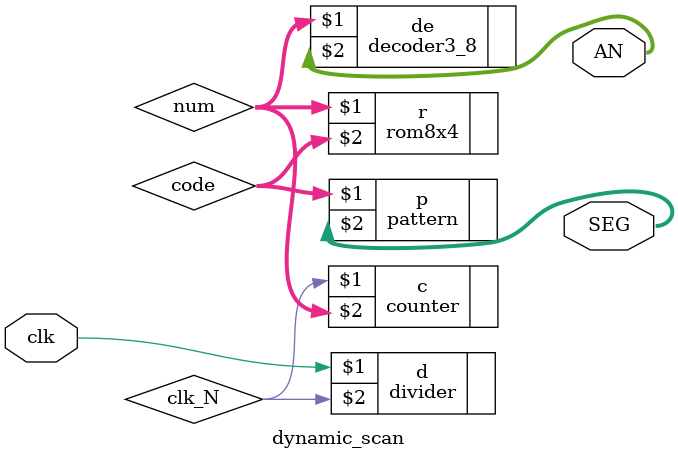
<source format=v>
`timescale 1ns / 1ps


module dynamic_scan(clk,SEG,AN);
input clk;              // ÏµÍ³Ê±ÖÓ
output [7:0] SEG;          // ·Ö±ð¶ÔÓ¦CA¡¢CB¡¢CC¡¢CD¡¢CE¡¢CF¡¢CGºÍDP
output [7:0] AN;        // 8Î»ÊýÂë¹ÜÆ¬Ñ¡ÐÅºÅ

wire clk_N;
wire [2:0] num;
wire [3:0] code;

divider d(clk,clk_N);
counter c(clk_N,num);
decoder3_8 de(num,AN);
rom8x4 r(num,code);
pattern p(code,SEG);

endmodule

</source>
